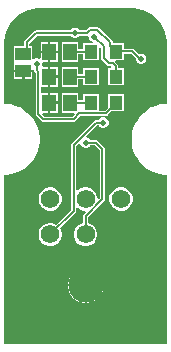
<source format=gbr>
%TF.GenerationSoftware,Altium Limited,Altium Designer,24.10.1 (45)*%
G04 Layer_Physical_Order=1*
G04 Layer_Color=255*
%FSLAX45Y45*%
%MOMM*%
%TF.SameCoordinates,CCCF952C-884B-4702-A857-54D5FC670F4C*%
%TF.FilePolarity,Positive*%
%TF.FileFunction,Copper,L1,Top,Signal*%
%TF.Part,Single*%
G01*
G75*
%TA.AperFunction,SMDPad,CuDef*%
%ADD10R,1.35000X1.10000*%
%ADD11R,1.10000X1.20000*%
%ADD12R,1.15000X1.45000*%
%TA.AperFunction,Conductor*%
%ADD13C,0.18000*%
%TA.AperFunction,ComponentPad*%
%ADD14C,3.00000*%
%ADD15C,1.57000*%
%ADD16R,1.57000X1.57000*%
%TA.AperFunction,ViaPad*%
%ADD17C,0.50000*%
G36*
X3620008Y5379999D02*
X3639607Y5379358D01*
X3639621Y5379357D01*
X3678527Y5374235D01*
X3704411Y5367299D01*
Y5367299D01*
X3704411Y5367299D01*
X3716431Y5364079D01*
X3752686Y5349061D01*
X3786671Y5329440D01*
X3817803Y5305551D01*
X3845552Y5277803D01*
X3869441Y5246671D01*
X3889062Y5212686D01*
X3904079Y5176431D01*
X3914235Y5138527D01*
X3919357Y5099620D01*
X3920000Y5080006D01*
X3920000Y4570168D01*
X3900337D01*
X3861347Y4565035D01*
X3823361Y4554857D01*
X3787029Y4539808D01*
X3752971Y4520144D01*
X3721772Y4496204D01*
X3693964Y4468396D01*
X3670024Y4437197D01*
X3650361Y4403140D01*
X3635311Y4366807D01*
X3625133Y4328821D01*
X3620000Y4289831D01*
Y4250505D01*
X3625133Y4211516D01*
X3635311Y4173530D01*
X3650361Y4137197D01*
X3670024Y4103140D01*
X3693964Y4071940D01*
X3721772Y4044133D01*
X3752971Y4020192D01*
X3787029Y4000529D01*
X3823361Y3985480D01*
X3861347Y3975301D01*
X3900337Y3970169D01*
X3920000D01*
X3920000Y2540000D01*
X2540000D01*
Y3970000D01*
X2559663D01*
X2598652Y3975133D01*
X2636639Y3985312D01*
X2672971Y4000361D01*
X2707029Y4020024D01*
X2738228Y4043964D01*
X2766036Y4071772D01*
X2789976Y4102971D01*
X2809639Y4137029D01*
X2824688Y4173361D01*
X2834867Y4211347D01*
X2840000Y4250337D01*
Y4289663D01*
X2834867Y4328653D01*
X2824688Y4366639D01*
X2809639Y4402971D01*
X2789976Y4437029D01*
X2766036Y4468228D01*
X2738228Y4496036D01*
X2707029Y4519976D01*
X2672971Y4539639D01*
X2636639Y4554688D01*
X2598652Y4564867D01*
X2559663Y4570000D01*
X2540000D01*
Y5080000D01*
X2540642Y5099621D01*
X2545764Y5138527D01*
X2555921Y5176432D01*
X2570938Y5212687D01*
X2590559Y5246671D01*
X2614448Y5277804D01*
X2642196Y5305552D01*
X2673329Y5329441D01*
X2707313Y5349062D01*
X2743568Y5364079D01*
X2781473Y5374235D01*
X2820379Y5379358D01*
X2840000Y5380000D01*
X3607300D01*
X3620008Y5379999D01*
D02*
G37*
%LPC*%
G36*
X3330600Y5221525D02*
X3269330D01*
X3260863Y5219841D01*
X3253685Y5215045D01*
X3230766Y5192125D01*
X3179543D01*
X3178149Y5195490D01*
X3165490Y5208149D01*
X3148951Y5215000D01*
X3131049D01*
X3114510Y5208149D01*
X3101851Y5195490D01*
X3100457Y5192125D01*
X2810000D01*
X2801533Y5190441D01*
X2794355Y5185645D01*
X2714355Y5105645D01*
X2709559Y5098467D01*
X2707875Y5090000D01*
Y5057700D01*
X2619800D01*
Y4922301D01*
X2619799Y4922300D01*
Y4917699D01*
X2619800D01*
X2619800Y4909600D01*
Y4860000D01*
X2700000D01*
X2788668D01*
X2792900Y4862262D01*
X2795429Y4860572D01*
Y4852445D01*
X2797114Y4843979D01*
X2801910Y4836801D01*
X2807875Y4830835D01*
Y4482976D01*
X2809559Y4474509D01*
X2814355Y4467331D01*
X2857331Y4424355D01*
X2864509Y4419559D01*
X2872976Y4417875D01*
X3128512D01*
X3136979Y4419559D01*
X3144157Y4424355D01*
X3187677Y4467875D01*
X3400000D01*
X3408467Y4469559D01*
X3415645Y4474355D01*
X3448590Y4507300D01*
X3552700D01*
Y4652700D01*
X3417300D01*
Y4538590D01*
X3390835Y4512125D01*
X3342700D01*
Y4652700D01*
X3207300D01*
Y4602125D01*
X3167700D01*
Y4665200D01*
X3027300D01*
Y4494800D01*
X3135429D01*
X3140289Y4483067D01*
X3119348Y4462125D01*
X2882141D01*
X2862166Y4482100D01*
X2867426Y4494800D01*
X2912500D01*
Y4580000D01*
Y4665200D01*
X2852300Y4665200D01*
X2852125Y4677828D01*
Y4702172D01*
X2852300Y4714800D01*
X2912500D01*
Y4800000D01*
Y4885200D01*
X2869368D01*
X2860882Y4897900D01*
X2862554Y4901938D01*
Y4919840D01*
X2865869Y4924800D01*
X2912500D01*
Y5000000D01*
X2852300D01*
Y4956376D01*
X2839600Y4950465D01*
X2826505Y4955889D01*
X2808603D01*
X2792064Y4949038D01*
X2791933Y4948907D01*
X2780200Y4953767D01*
Y5057700D01*
X2752125D01*
Y5080835D01*
X2819165Y5147875D01*
X3100457D01*
X3101851Y5144510D01*
X3114510Y5131851D01*
X3131049Y5125000D01*
X3148951D01*
X3165490Y5131851D01*
X3178149Y5144510D01*
X3179543Y5147875D01*
X3239930D01*
X3242300Y5148346D01*
X3253994Y5140532D01*
X3255000Y5138909D01*
Y5131049D01*
X3261851Y5114509D01*
X3274510Y5101851D01*
X3291049Y5095000D01*
X3290084Y5082700D01*
X3207300D01*
Y5032125D01*
X3167700D01*
Y5095200D01*
X3027300D01*
Y4924800D01*
X3167700D01*
Y4987875D01*
X3207300D01*
Y4937300D01*
X3342700D01*
Y5047360D01*
X3354531Y5052527D01*
X3362128Y5046390D01*
Y4954735D01*
X3363812Y4946268D01*
X3368608Y4939090D01*
X3410849Y4896849D01*
X3418027Y4892053D01*
X3426494Y4890369D01*
X3443686D01*
X3447381Y4885400D01*
X3440998Y4872700D01*
X3417300D01*
Y4727300D01*
X3552700D01*
Y4872700D01*
X3507125D01*
Y4887000D01*
X3505441Y4895467D01*
X3500645Y4902645D01*
X3478690Y4924600D01*
X3483695Y4937300D01*
X3552700D01*
Y4992394D01*
X3617657D01*
X3655000Y4955051D01*
Y4941049D01*
X3661851Y4924510D01*
X3674510Y4911851D01*
X3691049Y4905000D01*
X3708951D01*
X3725490Y4911851D01*
X3738149Y4924510D01*
X3745000Y4941049D01*
Y4958951D01*
X3738149Y4975490D01*
X3725490Y4988149D01*
X3708951Y4995000D01*
X3691049D01*
X3681561Y4991070D01*
X3642467Y5030164D01*
X3635289Y5034960D01*
X3626822Y5036644D01*
X3552700D01*
Y5082700D01*
X3461125D01*
Y5091000D01*
X3459441Y5099467D01*
X3454645Y5106645D01*
X3346245Y5215045D01*
X3339067Y5219841D01*
X3330600Y5221525D01*
D02*
G37*
G36*
X2992700Y5095200D02*
X2932500D01*
Y5020000D01*
X2992700D01*
Y5095200D01*
D02*
G37*
G36*
X2912500D02*
X2852300D01*
Y5020000D01*
X2912500D01*
Y5095200D01*
D02*
G37*
G36*
X2992700Y5000000D02*
X2932500D01*
Y4924800D01*
X2992700D01*
Y5000000D01*
D02*
G37*
G36*
Y4885200D02*
X2932500D01*
Y4810000D01*
X2992700D01*
Y4885200D01*
D02*
G37*
G36*
X2780200Y4840000D02*
X2710000D01*
Y4782300D01*
X2780200D01*
Y4840000D01*
D02*
G37*
G36*
X2690000D02*
X2619800D01*
Y4782300D01*
X2690000D01*
Y4840000D01*
D02*
G37*
G36*
X3167700Y4885200D02*
X3027300D01*
Y4714800D01*
X3167700D01*
Y4777875D01*
X3207300D01*
Y4727300D01*
X3342700D01*
Y4872700D01*
X3207300D01*
Y4822125D01*
X3167700D01*
Y4885200D01*
D02*
G37*
G36*
X2992700Y4790000D02*
X2932500D01*
Y4714800D01*
X2992700D01*
Y4790000D01*
D02*
G37*
G36*
X2932500Y4665200D02*
Y4590000D01*
X2992700D01*
Y4665200D01*
X2932500D01*
D02*
G37*
G36*
X2992700Y4570000D02*
X2932500D01*
Y4494800D01*
X2992700D01*
Y4570000D01*
D02*
G37*
G36*
X3388951Y4455000D02*
X3371049D01*
X3354510Y4448149D01*
X3341851Y4435490D01*
X3340457Y4432125D01*
X3316038D01*
X3307571Y4430441D01*
X3300393Y4425645D01*
X3114355Y4239607D01*
X3109559Y4232429D01*
X3107875Y4223962D01*
Y3807010D01*
X3107675Y3806004D01*
Y3722996D01*
X3107875Y3721990D01*
Y3673665D01*
X2982270Y3548060D01*
X2968019Y3556287D01*
X2942968Y3563000D01*
X2917032D01*
X2891981Y3556287D01*
X2869520Y3543320D01*
X2851180Y3524981D01*
X2838213Y3502520D01*
X2831500Y3477468D01*
Y3451532D01*
X2838213Y3426481D01*
X2851180Y3404020D01*
X2869520Y3385681D01*
X2891981Y3372713D01*
X2917032Y3366000D01*
X2942968D01*
X2968019Y3372713D01*
X2990480Y3385681D01*
X3008819Y3404020D01*
X3021787Y3426481D01*
X3028500Y3451532D01*
Y3477468D01*
X3021787Y3502520D01*
X3013560Y3516770D01*
X3145645Y3648855D01*
X3150441Y3656033D01*
X3152125Y3664500D01*
Y3686481D01*
X3163859Y3691341D01*
X3169519Y3685680D01*
X3191980Y3672713D01*
X3217032Y3666000D01*
X3225321D01*
X3230181Y3654267D01*
X3214355Y3638441D01*
X3209559Y3631263D01*
X3207875Y3622796D01*
Y3560546D01*
X3191980Y3556287D01*
X3169519Y3543320D01*
X3151180Y3524981D01*
X3138213Y3502520D01*
X3131500Y3477468D01*
Y3451532D01*
X3138213Y3426481D01*
X3151180Y3404020D01*
X3169519Y3385681D01*
X3191980Y3372713D01*
X3217032Y3366000D01*
X3242968D01*
X3268019Y3372713D01*
X3290480Y3385681D01*
X3308819Y3404020D01*
X3321787Y3426481D01*
X3328500Y3451532D01*
Y3477468D01*
X3321787Y3502520D01*
X3308819Y3524981D01*
X3290480Y3543320D01*
X3268019Y3556287D01*
X3252125Y3560546D01*
Y3613631D01*
X3385645Y3747151D01*
X3390441Y3754329D01*
X3392125Y3762796D01*
Y4190000D01*
X3390441Y4198467D01*
X3385645Y4205645D01*
X3335645Y4255645D01*
X3328467Y4260441D01*
X3320000Y4262125D01*
X3269555D01*
X3268170Y4265469D01*
X3255511Y4278128D01*
X3238972Y4284978D01*
X3238900D01*
X3234040Y4296712D01*
X3325203Y4387875D01*
X3340457D01*
X3341851Y4384510D01*
X3354510Y4371851D01*
X3371049Y4365000D01*
X3388951D01*
X3405491Y4371851D01*
X3418149Y4384510D01*
X3425000Y4401049D01*
Y4418951D01*
X3418149Y4435490D01*
X3405491Y4448149D01*
X3388951Y4455000D01*
D02*
G37*
G36*
X3542968Y3863000D02*
X3517032D01*
X3491980Y3856287D01*
X3469519Y3843319D01*
X3451180Y3824980D01*
X3438213Y3802519D01*
X3431500Y3777468D01*
Y3751532D01*
X3438213Y3726480D01*
X3451180Y3704020D01*
X3469519Y3685680D01*
X3491980Y3672713D01*
X3517032Y3666000D01*
X3542968D01*
X3568019Y3672713D01*
X3590480Y3685680D01*
X3608819Y3704020D01*
X3621787Y3726480D01*
X3628500Y3751532D01*
Y3777468D01*
X3621787Y3802519D01*
X3608819Y3824980D01*
X3590480Y3843319D01*
X3568019Y3856287D01*
X3542968Y3863000D01*
D02*
G37*
G36*
X2942968D02*
X2917032D01*
X2891981Y3856287D01*
X2869520Y3843319D01*
X2851180Y3824980D01*
X2838213Y3802519D01*
X2831500Y3777468D01*
Y3751532D01*
X2838213Y3726480D01*
X2851180Y3704020D01*
X2869520Y3685680D01*
X2891981Y3672713D01*
X2917032Y3666000D01*
X2942968D01*
X2968019Y3672713D01*
X2990480Y3685680D01*
X3008819Y3704020D01*
X3021787Y3726480D01*
X3028500Y3751532D01*
Y3777468D01*
X3021787Y3802519D01*
X3008819Y3824980D01*
X2990480Y3843319D01*
X2968019Y3856287D01*
X2942968Y3863000D01*
D02*
G37*
G36*
X3244774Y3182500D02*
X3215226D01*
X3186247Y3176735D01*
X3158948Y3165428D01*
X3134381Y3149012D01*
X3113487Y3128119D01*
X3097072Y3103552D01*
X3085764Y3076253D01*
X3080000Y3047274D01*
Y3017726D01*
X3085764Y2988747D01*
X3097072Y2961448D01*
X3113487Y2936881D01*
X3134381Y2915987D01*
X3158948Y2899572D01*
X3186247Y2888264D01*
X3215226Y2882500D01*
X3244774D01*
X3273753Y2888264D01*
X3301052Y2899572D01*
X3325619Y2915987D01*
X3346512Y2936881D01*
X3362928Y2961448D01*
X3374235Y2988747D01*
X3380000Y3017726D01*
Y3047274D01*
X3374235Y3076253D01*
X3362928Y3103552D01*
X3346512Y3128119D01*
X3325619Y3149012D01*
X3301052Y3165428D01*
X3273753Y3176735D01*
X3244774Y3182500D01*
D02*
G37*
%LPD*%
G36*
X3185021Y4231099D02*
Y4231028D01*
X3191872Y4214488D01*
X3204531Y4201830D01*
X3221070Y4194979D01*
X3238972D01*
X3255511Y4201830D01*
X3268170Y4214488D01*
X3269573Y4217875D01*
X3310836D01*
X3347875Y4180835D01*
Y3773271D01*
X3340397Y3767240D01*
X3328500Y3772446D01*
Y3777468D01*
X3321787Y3802519D01*
X3308819Y3824980D01*
X3290480Y3843319D01*
X3268019Y3856287D01*
X3242968Y3863000D01*
X3217032D01*
X3191980Y3856287D01*
X3169519Y3843319D01*
X3163859Y3837659D01*
X3152125Y3842519D01*
Y4214797D01*
X3173288Y4235960D01*
X3185021Y4231099D01*
D02*
G37*
D10*
X2700000Y4990000D02*
D03*
Y4850000D02*
D03*
D11*
X3485000Y5010000D02*
D03*
X3275000D02*
D03*
X3485000Y4800000D02*
D03*
X3275000D02*
D03*
X3485000Y4580000D02*
D03*
X3275000D02*
D03*
D12*
X2922500Y5010000D02*
D03*
X3097500D02*
D03*
X2922500Y4800000D02*
D03*
X3097500D02*
D03*
X2922500Y4580000D02*
D03*
X3097500D02*
D03*
D13*
X3439000Y5056000D02*
Y5091000D01*
X3269330Y5199400D02*
X3330600D01*
X3439000Y5091000D01*
X3300000Y5140000D02*
X3301012D01*
X3384253Y5056760D01*
X3239930Y5170000D02*
X3269330Y5199400D01*
X2730000Y5090000D02*
X2810000Y5170000D01*
X3239930D01*
X3691341Y4950000D02*
X3700000D01*
X3626822Y5014519D02*
X3691341Y4950000D01*
X3489519Y5014519D02*
X3626822D01*
X2830000Y4482976D02*
X2872976Y4440000D01*
X2830000Y4482976D02*
Y4840000D01*
X2872976Y4440000D02*
X3128512D01*
X2817554Y4852445D02*
X2830000Y4840000D01*
X2817554Y4852445D02*
Y4910889D01*
X3128512Y4440000D02*
X3178512Y4490000D01*
X2700000Y4990000D02*
X2710000D01*
X2730000Y5010000D02*
Y5090000D01*
X2710000Y4990000D02*
X2730000Y5010000D01*
X2710000Y4750000D02*
Y4840000D01*
X3400000Y4490000D02*
X3485000Y4575000D01*
X3178512Y4490000D02*
X3400000D01*
X3485000Y4575000D02*
Y4580000D01*
X3316038Y4410000D02*
X3380000D01*
X3130000Y4223962D02*
X3316038Y4410000D01*
X3384253Y4954735D02*
X3426494Y4912494D01*
X3459506D02*
X3485000Y4887000D01*
X3426494Y4912494D02*
X3459506D01*
X3384253Y4954735D02*
Y5056760D01*
X3485000Y4800000D02*
Y4887000D01*
X3439000Y5056000D02*
X3485000Y5010000D01*
X3097500D02*
X3275000D01*
X3097500Y4800000D02*
X3275000D01*
X3097500Y4580000D02*
X3275000D01*
X3230000Y3622796D02*
X3370000Y3762796D01*
Y4190000D01*
X3320000Y4240000D02*
X3370000Y4190000D01*
X3230042Y4240000D02*
X3320000D01*
X3230021Y4239979D02*
X3230042Y4240000D01*
X3230000Y3464500D02*
Y3622796D01*
X3129800Y3722996D02*
X3130000Y3722796D01*
X3129800Y3722996D02*
Y3806004D01*
X3130000Y3806204D01*
Y4223962D01*
X2930000Y3464500D02*
X3130000Y3664500D01*
Y3722796D01*
X3485000Y5010000D02*
X3489519Y5014519D01*
X2700000Y4850000D02*
X2710000Y4840000D01*
D14*
X3230000Y3032500D02*
D03*
D15*
X2930000Y3764500D02*
D03*
X3230000D02*
D03*
X3530000D02*
D03*
X2930000Y3464500D02*
D03*
X3230000D02*
D03*
D16*
X3530000D02*
D03*
D17*
X3300000Y5140000D02*
D03*
X3140000Y5170000D02*
D03*
X2850000Y5250000D02*
D03*
X3700000Y4950000D02*
D03*
X3660000Y3940000D02*
D03*
X2930000Y4070000D02*
D03*
X3640000Y4690000D02*
D03*
X3690000Y5200000D02*
D03*
X2817554Y4910889D02*
D03*
X2710000Y4750000D02*
D03*
X3380000Y4410000D02*
D03*
X3230021Y4239979D02*
D03*
%TF.MD5,41688ee2cf87aecc85872d5e937f3d3e*%
M02*

</source>
